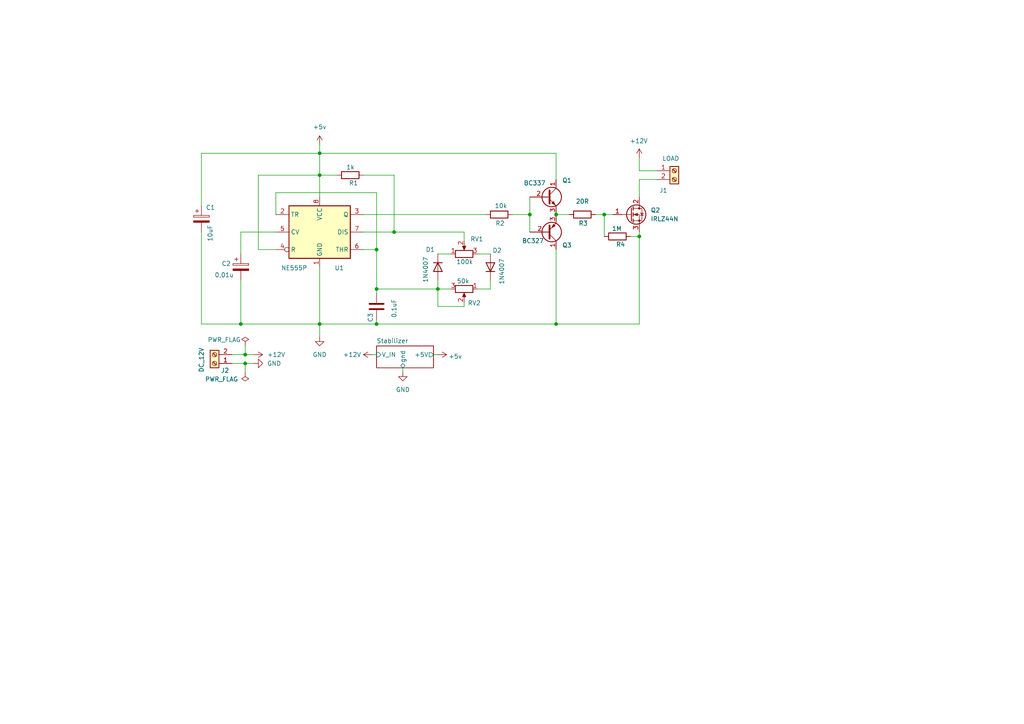
<source format=kicad_sch>
(kicad_sch (version 20231120) (generator "eeschema") (generator_version "8.0")
  (paper "A4")
  (lib_symbols
    (symbol "Connector:Screw_Terminal_01x02" (pin_names (offset 1.016) hide)
      (property "Reference" "J" (at 0 2.54 0))
      (property "Value" "Screw_Terminal_01x02" (at 0 -5.08 0))
      (symbol "Screw_Terminal_01x02_1_1"
        (rectangle (start -1.27 1.27) (end 1.27 -3.81) (stroke (width 0.254)) (fill (type background)))
        (circle (center 0 -2.54) (radius 0.635) (stroke (width 0.1524)))
        (polyline (pts (xy -0.5334 -2.2098) (xy 0.3302 -3.048)) (stroke (width 0.1524)))
        (polyline (pts (xy -0.5334 0.3302) (xy 0.3302 -0.508)) (stroke (width 0.1524)))
        (polyline (pts (xy -0.3556 -2.032) (xy 0.508 -2.8702)) (stroke (width 0.1524)))
        (polyline (pts (xy -0.3556 0.508) (xy 0.508 -0.3302)) (stroke (width 0.1524)))
        (circle (center 0 0) (radius 0.635) (stroke (width 0.1524)))
        (pin passive line (at -5.08 0 0) (length 3.81) (name "Pin_1") (number "1"))
        (pin passive line (at -5.08 -2.54 0) (length 3.81) (name "Pin_2") (number "2"))
      )
    )
    (symbol "Device:C" (pin_numbers hide) (pin_names (offset 0.254))
      (property "Reference" "C" (at 0.635 2.54 0))
      (property "Value" "C" (at 0.635 -2.54 0))
      (symbol "C_0_1"
        (polyline (pts (xy -2.032 -0.762) (xy 2.032 -0.762)) (stroke (width 0.508)))
        (polyline (pts (xy -2.032 0.762) (xy 2.032 0.762)) (stroke (width 0.508)))
      )
      (symbol "C_1_1"
        (pin passive line (at 0 3.81 270) (length 2.794) (name "~") (number "1"))
        (pin passive line (at 0 -3.81 90) (length 2.794) (name "~") (number "2"))
      )
    )
    (symbol "Device:C_Polarized" (pin_numbers hide) (pin_names (offset 0.254))
      (property "Reference" "C" (at 0.635 2.54 0))
      (property "Value" "C_Polarized" (at 0.635 -2.54 0))
      (symbol "C_Polarized_0_1"
        (rectangle (start -2.286 0.508) (end 2.286 1.016))
        (polyline (pts (xy -1.778 2.286) (xy -0.762 2.286)))
        (polyline (pts (xy -1.27 2.794) (xy -1.27 1.778)))
        (rectangle (start 2.286 -0.508) (end -2.286 -1.016) (fill (type outline)))
      )
      (symbol "C_Polarized_1_1"
        (pin passive line (at 0 3.81 270) (length 2.794) (name "~") (number "1"))
        (pin passive line (at 0 -3.81 90) (length 2.794) (name "~") (number "2"))
      )
    )
    (symbol "Device:R" (pin_numbers hide) (pin_names (offset 0))
      (property "Reference" "R" (at 2.032 0 90))
      (property "Value" "R" (at 0 0 90))
      (symbol "R_0_1"
        (rectangle (start -1.016 -2.54) (end 1.016 2.54) (stroke (width 0.254)))
      )
      (symbol "R_1_1"
        (pin passive line (at 0 3.81 270) (length 1.27) (name "~") (number "1"))
        (pin passive line (at 0 -3.81 90) (length 1.27) (name "~") (number "2"))
      )
    )
    (symbol "Device:R_Potentiometer" (pin_names (offset 1.016) hide)
      (property "Reference" "RV" (at -4.445 0 90))
      (property "Value" "R_Potentiometer" (at -2.54 0 90))
      (symbol "R_Potentiometer_0_1"
        (polyline (pts (xy 2.54 0) (xy 1.524 0)))
        (polyline (pts (xy 1.143 0) (xy 2.286 0.508) (xy 2.286 -0.508) (xy 1.143 0)) (fill (type outline)))
        (rectangle (start 1.016 2.54) (end -1.016 -2.54) (stroke (width 0.254)))
      )
      (symbol "R_Potentiometer_1_1"
        (pin passive line (at 0 3.81 270) (length 1.27) (name "1") (number "1"))
        (pin passive line (at 3.81 0 180) (length 1.27) (name "2") (number "2"))
        (pin passive line (at 0 -3.81 90) (length 1.27) (name "3") (number "3"))
      )
    )
    (symbol "Diode:1N4007" (pin_numbers hide) (pin_names hide)
      (property "Reference" "D" (at 0 2.54 0))
      (property "Value" "1N4007" (at 0 -2.54 0))
      (symbol "1N4007_0_1"
        (polyline (pts (xy -1.27 1.27) (xy -1.27 -1.27)) (stroke (width 0.254)))
        (polyline (pts (xy 1.27 0) (xy -1.27 0)))
        (polyline (pts (xy 1.27 1.27) (xy 1.27 -1.27) (xy -1.27 0) (xy 1.27 1.27)) (stroke (width 0.254)))
      )
      (symbol "1N4007_1_1"
        (pin passive line (at -3.81 0 0) (length 2.54) (name "K") (number "1"))
        (pin passive line (at 3.81 0 180) (length 2.54) (name "A") (number "2"))
      )
    )
    (symbol "Timer:NE555P"
      (property "Reference" "U" (at -10.16 8.89 0))
      (property "Value" "NE555P" (at 2.54 8.89 0))
      (symbol "NE555P_0_0"
        (pin power_in line (at 0 -10.16 90) (length 2.54) (name "GND") (number "1"))
        (pin power_in line (at 0 10.16 270) (length 2.54) (name "VCC") (number "8"))
      )
      (symbol "NE555P_0_1"
        (rectangle (start -8.89 -7.62) (end 8.89 7.62) (stroke (width 0.254)) (fill (type background)))
        (rectangle (start -8.89 -7.62) (end 8.89 7.62) (stroke (width 0.254)) (fill (type background)))
      )
      (symbol "NE555P_1_1"
        (pin input line (at -12.7 5.08 0) (length 3.81) (name "TR") (number "2"))
        (pin output line (at 12.7 5.08 180) (length 3.81) (name "Q") (number "3"))
        (pin input inverted (at -12.7 -5.08 0) (length 3.81) (name "R") (number "4"))
        (pin input line (at -12.7 0 0) (length 3.81) (name "CV") (number "5"))
        (pin input line (at 12.7 -5.08 180) (length 3.81) (name "THR") (number "6"))
        (pin input line (at 12.7 0 180) (length 3.81) (name "DIS") (number "7"))
      )
    )
    (symbol "Transistor_BJT:BC327" (pin_names (offset 0) hide)
      (property "Reference" "Q" (at 5.08 1.905 0))
      (property "Value" "BC327" (at 5.08 0 0))
      (symbol "BC327_0_1"
        (polyline (pts (xy 0.635 0.635) (xy 2.54 2.54)))
        (polyline (pts (xy 0.635 -0.635) (xy 2.54 -2.54) (xy 2.54 -2.54)))
        (polyline (pts (xy 0.635 1.905) (xy 0.635 -1.905) (xy 0.635 -1.905)) (stroke (width 0.508)))
        (polyline (pts (xy 2.286 -1.778) (xy 1.778 -2.286) (xy 1.27 -1.27) (xy 2.286 -1.778) (xy 2.286 -1.778)) (fill (type outline)))
        (circle (center 1.27 0) (radius 2.8194) (stroke (width 0.254)))
      )
      (symbol "BC327_1_1"
        (pin passive line (at 2.54 5.08 270) (length 2.54) (name "C") (number "1"))
        (pin input line (at -5.08 0 0) (length 5.715) (name "B") (number "2"))
        (pin passive line (at 2.54 -5.08 90) (length 2.54) (name "E") (number "3"))
      )
    )
    (symbol "Transistor_BJT:BC337" (pin_names (offset 0) hide)
      (property "Reference" "Q" (at 5.08 1.905 0))
      (property "Value" "BC337" (at 5.08 0 0))
      (symbol "BC337_0_1"
        (polyline (pts (xy 0 0) (xy 0.635 0)))
        (polyline (pts (xy 0.635 0.635) (xy 2.54 2.54)))
        (polyline (pts (xy 0.635 -0.635) (xy 2.54 -2.54) (xy 2.54 -2.54)))
        (polyline (pts (xy 0.635 1.905) (xy 0.635 -1.905) (xy 0.635 -1.905)) (stroke (width 0.508)))
        (polyline (pts (xy 1.27 -1.778) (xy 1.778 -1.27) (xy 2.286 -2.286) (xy 1.27 -1.778) (xy 1.27 -1.778)) (fill (type outline)))
        (circle (center 1.27 0) (radius 2.8194) (stroke (width 0.254)))
      )
      (symbol "BC337_1_1"
        (pin passive line (at 2.54 5.08 270) (length 2.54) (name "C") (number "1"))
        (pin input line (at -5.08 0 0) (length 5.08) (name "B") (number "2"))
        (pin passive line (at 2.54 -5.08 90) (length 2.54) (name "E") (number "3"))
      )
    )
    (symbol "Transistor_FET:IRLZ44N" (pin_names hide)
      (property "Reference" "Q" (at 5.08 1.905 0))
      (property "Value" "IRLZ44N" (at 5.08 0 0))
      (symbol "IRLZ44N_0_1"
        (polyline (pts (xy 0.254 0) (xy -2.54 0)))
        (polyline (pts (xy 0.254 1.905) (xy 0.254 -1.905)) (stroke (width 0.254)))
        (polyline (pts (xy 0.762 -1.27) (xy 0.762 -2.286)) (stroke (width 0.254)))
        (polyline (pts (xy 0.762 0.508) (xy 0.762 -0.508)) (stroke (width 0.254)))
        (polyline (pts (xy 0.762 2.286) (xy 0.762 1.27)) (stroke (width 0.254)))
        (polyline (pts (xy 2.54 2.54) (xy 2.54 1.778)))
        (polyline (pts (xy 2.54 -2.54) (xy 2.54 0) (xy 0.762 0)))
        (polyline (pts (xy 0.762 -1.778) (xy 3.302 -1.778) (xy 3.302 1.778) (xy 0.762 1.778)))
        (polyline (pts (xy 1.016 0) (xy 2.032 0.381) (xy 2.032 -0.381) (xy 1.016 0)) (fill (type outline)))
        (polyline (pts (xy 2.794 0.508) (xy 2.921 0.381) (xy 3.683 0.381) (xy 3.81 0.254)))
        (polyline (pts (xy 3.302 0.381) (xy 2.921 -0.254) (xy 3.683 -0.254) (xy 3.302 0.381)))
        (circle (center 1.651 0) (radius 2.794) (stroke (width 0.254)))
        (circle (center 2.54 -1.778) (radius 0.254) (fill (type outline)))
        (circle (center 2.54 1.778) (radius 0.254) (fill (type outline)))
      )
      (symbol "IRLZ44N_1_1"
        (pin input line (at -5.08 0 0) (length 2.54) (name "G") (number "1"))
        (pin passive line (at 2.54 5.08 270) (length 2.54) (name "D") (number "2"))
        (pin passive line (at 2.54 -5.08 90) (length 2.54) (name "S") (number "3"))
      )
    )
    (symbol "power:+12V" (power) (pin_numbers hide) (pin_names (offset 0) hide)
      (property "Value" "+12V" (at 0 3.556 0))
      (symbol "+12V_0_1"
        (polyline (pts (xy -0.762 1.27) (xy 0 2.54)))
        (polyline (pts (xy 0 0) (xy 0 2.54)))
        (polyline (pts (xy 0 2.54) (xy 0.762 1.27)))
      )
      (symbol "+12V_1_1"
        (pin power_in line (at 0 0 90) (length 0) (name "~") (number "1"))
      )
    )
    (symbol "power:+5V" (power) (pin_numbers hide) (pin_names (offset 0) hide)
      (property "Value" "+5V" (at 0 3.556 0))
      (symbol "+5V_0_1"
        (polyline (pts (xy -0.762 1.27) (xy 0 2.54)))
        (polyline (pts (xy 0 0) (xy 0 2.54)))
        (polyline (pts (xy 0 2.54) (xy 0.762 1.27)))
      )
      (symbol "+5V_1_1"
        (pin power_in line (at 0 0 90) (length 0) (name "~") (number "1"))
      )
    )
    (symbol "power:GND" (power) (pin_numbers hide) (pin_names (offset 0) hide)
      (property "Value" "GND" (at 0 -3.81 0))
      (symbol "GND_0_1"
        (polyline (pts (xy 0 0) (xy 0 -1.27) (xy 1.27 -1.27) (xy 0 -2.54) (xy -1.27 -1.27) (xy 0 -1.27)))
      )
      (symbol "GND_1_1"
        (pin power_in line (at 0 0 270) (length 0) (name "~") (number "1"))
      )
    )
    (symbol "power:PWR_FLAG" (power) (pin_numbers hide) (pin_names (offset 0) hide)
      (property "Value" "PWR_FLAG" (at 0 3.81 0))
      (symbol "PWR_FLAG_0_0"
        (pin power_out line (at 0 0 90) (length 0) (name "~") (number "1"))
      )
      (symbol "PWR_FLAG_0_1"
        (polyline (pts (xy 0 0) (xy 0 1.27) (xy -1.016 1.905) (xy 0 2.54) (xy 1.016 1.905) (xy 0 1.27)))
      )
    )
  )
  (junction (at 161.29 62.23))
  (junction (at 69.85 93.98))
  (junction (at 92.71 50.8))
  (junction (at 185.42 68.58))
  (junction (at 161.29 93.98))
  (junction (at 71.12 105.41))
  (junction (at 109.22 93.98))
  (junction (at 109.22 83.82))
  (junction (at 109.22 72.39))
  (junction (at 92.71 93.98))
  (junction (at 92.71 44.45))
  (junction (at 175.26 62.23))
  (junction (at 114.3 67.31))
  (junction (at 153.67 62.23))
  (junction (at 71.12 102.87))
  (junction (at 127 83.82))
  (wire (pts (xy 71.12 102.87) (xy 73.66 102.87)))
  (wire (pts (xy 74.93 72.39) (xy 74.93 50.8)))
  (wire (pts (xy 71.12 105.41) (xy 73.66 105.41)))
  (wire (pts (xy 58.42 67.31) (xy 58.42 93.98)))
  (wire (pts (xy 185.42 45.72) (xy 185.42 49.53)))
  (wire (pts (xy 125.73 102.87) (xy 127 102.87)))
  (wire (pts (xy 175.26 62.23) (xy 175.26 68.58)))
  (wire (pts (xy 109.22 93.98) (xy 161.29 93.98)))
  (wire (pts (xy 71.12 105.41) (xy 71.12 107.95)))
  (wire (pts (xy 80.01 62.23) (xy 80.01 55.88)))
  (wire (pts (xy 58.42 44.45) (xy 92.71 44.45)))
  (wire (pts (xy 105.41 67.31) (xy 114.3 67.31)))
  (wire (pts (xy 69.85 93.98) (xy 92.71 93.98)))
  (wire (pts (xy 105.41 62.23) (xy 140.97 62.23)))
  (wire (pts (xy 153.67 62.23) (xy 153.67 67.31)))
  (wire (pts (xy 114.3 50.8) (xy 114.3 67.31)))
  (wire (pts (xy 161.29 72.39) (xy 161.29 93.98)))
  (wire (pts (xy 175.26 62.23) (xy 177.8 62.23)))
  (wire (pts (xy 58.42 93.98) (xy 69.85 93.98)))
  (wire (pts (xy 127 81.28) (xy 127 83.82)))
  (wire (pts (xy 80.01 55.88) (xy 109.22 55.88)))
  (wire (pts (xy 92.71 77.47) (xy 92.71 93.98)))
  (wire (pts (xy 142.24 81.28) (xy 142.24 83.82)))
  (wire (pts (xy 142.24 73.66) (xy 138.43 73.66)))
  (wire (pts (xy 69.85 67.31) (xy 69.85 73.66)))
  (wire (pts (xy 92.71 44.45) (xy 92.71 50.8)))
  (wire (pts (xy 142.24 83.82) (xy 138.43 83.82)))
  (wire (pts (xy 114.3 67.31) (xy 134.62 67.31)))
  (wire (pts (xy 127 88.9) (xy 127 83.82)))
  (wire (pts (xy 172.72 62.23) (xy 175.26 62.23)))
  (wire (pts (xy 105.41 72.39) (xy 109.22 72.39)))
  (wire (pts (xy 80.01 67.31) (xy 69.85 67.31)))
  (wire (pts (xy 153.67 57.15) (xy 153.67 62.23)))
  (wire (pts (xy 92.71 50.8) (xy 92.71 57.15)))
  (wire (pts (xy 109.22 93.98) (xy 92.71 93.98)))
  (wire (pts (xy 109.22 85.09) (xy 109.22 83.82)))
  (wire (pts (xy 74.93 72.39) (xy 80.01 72.39)))
  (wire (pts (xy 185.42 57.15) (xy 185.42 52.07)))
  (wire (pts (xy 161.29 62.23) (xy 165.1 62.23)))
  (wire (pts (xy 185.42 52.07) (xy 190.5 52.07)))
  (wire (pts (xy 92.71 93.98) (xy 92.71 97.79)))
  (wire (pts (xy 74.93 50.8) (xy 92.71 50.8)))
  (wire (pts (xy 71.12 100.33) (xy 71.12 102.87)))
  (wire (pts (xy 109.22 55.88) (xy 109.22 72.39)))
  (wire (pts (xy 134.62 88.9) (xy 134.62 87.63)))
  (wire (pts (xy 67.31 102.87) (xy 71.12 102.87)))
  (wire (pts (xy 105.41 50.8) (xy 114.3 50.8)))
  (wire (pts (xy 69.85 81.28) (xy 69.85 93.98)))
  (wire (pts (xy 185.42 68.58) (xy 185.42 93.98)))
  (wire (pts (xy 127 83.82) (xy 130.81 83.82)))
  (wire (pts (xy 185.42 49.53) (xy 190.5 49.53)))
  (wire (pts (xy 161.29 93.98) (xy 185.42 93.98)))
  (wire (pts (xy 92.71 50.8) (xy 97.79 50.8)))
  (wire (pts (xy 107.95 102.87) (xy 109.22 102.87)))
  (wire (pts (xy 130.81 73.66) (xy 127 73.66)))
  (wire (pts (xy 161.29 44.45) (xy 161.29 52.07)))
  (wire (pts (xy 182.88 68.58) (xy 185.42 68.58)))
  (wire (pts (xy 109.22 72.39) (xy 109.22 83.82)))
  (wire (pts (xy 109.22 83.82) (xy 127 83.82)))
  (wire (pts (xy 58.42 44.45) (xy 58.42 59.69)))
  (wire (pts (xy 67.31 105.41) (xy 71.12 105.41)))
  (wire (pts (xy 161.29 44.45) (xy 92.71 44.45)))
  (wire (pts (xy 109.22 92.71) (xy 109.22 93.98)))
  (wire (pts (xy 134.62 88.9) (xy 127 88.9)))
  (wire (pts (xy 134.62 67.31) (xy 134.62 69.85)))
  (wire (pts (xy 116.84 106.68) (xy 116.84 107.95)))
  (wire (pts (xy 185.42 68.58) (xy 185.42 67.31)))
  (wire (pts (xy 92.71 41.91) (xy 92.71 44.45)))
  (wire (pts (xy 148.59 62.23) (xy 153.67 62.23)))
  (symbol (lib_id "power:+5V") (at 127 102.87 270) (unit 1)
    (property "Reference" "#PWR0105" (effects (hide yes)))
    (property "Value" "+5v" (at 130.048 103.378 90) (effects (justify left)))
    (property "Description" "Power symbol creates a global label with name \"+5V\"" (effects (hide yes)))
  )
  (symbol (lib_id "Diode:1N4007") (at 142.24 77.47 90) (unit 1)
    (property "Reference" "D2" (at 145.542 72.644 90) (effects (justify left)))
    (property "Value" "1N4007" (at 145.542 82.55 0) (effects (justify left)))
    (property "Footprint" "Diode_THT:D_DO-41_SOD81_P10.16mm_Horizontal" (effects (hide yes)))
    (property "Datasheet" "http://www.vishay.com/docs/88503/1n4001.pdf" (effects (hide yes)))
    (property "Description" "1000V 1A General Purpose Rectifier Diode, DO-41" (effects (hide yes)))
    (property "Sim.Device" "D" (effects (hide yes)))
    (property "Sim.Pins" "1=K 2=A" (effects (hide yes)))
  )
  (symbol (lib_id "power:+12V") (at 73.66 102.87 270) (unit 1)
    (property "Reference" "#PWR0108" (effects (hide yes)))
    (property "Value" "+12V" (at 77.47 102.8699 90) (effects (justify left)))
    (property "Description" "Power symbol creates a global label with name \"+12V\"" (effects (hide yes)))
  )
  (symbol (lib_id "Device:C_Polarized") (at 69.85 77.47 0) (unit 1)
    (property "Reference" "C2" (at 64.262 76.454 0) (effects (justify left)))
    (property "Value" "0,01u" (at 62.23 79.756 0) (effects (justify left)))
    (property "Footprint" "Capacitor_THT:CP_Radial_D4.0mm_P1.50mm" (effects (hide yes)))
    (property "Description" "Polarized capacitor" (effects (hide yes)))
  )
  (symbol (lib_id "Device:R") (at 179.07 68.58 270) (unit 1)
    (property "Reference" "R4" (at 181.356 70.866 90) (effects (justify right)))
    (property "Value" "1M" (at 180.34 66.294 90) (effects (justify right)))
    (property "Footprint" "Resistor_THT:R_Axial_DIN0204_L3.6mm_D1.6mm_P7.62mm_Horizontal" (effects (hide yes)))
    (property "Description" "Resistor" (effects (hide yes)))
  )
  (symbol (lib_id "Device:C") (at 109.22 88.9 0) (unit 1)
    (property "Reference" "C3" (at 107.442 93.472 90) (effects (justify left)))
    (property "Value" "0.1uF" (at 114.3 92.202 90) (effects (justify left)))
    (property "Footprint" "Capacitor_THT:C_Disc_D3.0mm_W2.0mm_P2.50mm" (effects (hide yes)))
    (property "Description" "Unpolarized capacitor" (effects (hide yes)))
  )
  (symbol (lib_id "Diode:1N4007") (at 127 77.47 270) (unit 1)
    (property "Reference" "D1" (at 123.444 72.39 90) (effects (justify left)))
    (property "Value" "1N4007" (at 123.444 74.422 0) (effects (justify left)))
    (property "Footprint" "Diode_THT:D_DO-41_SOD81_P10.16mm_Horizontal" (effects (hide yes)))
    (property "Datasheet" "http://www.vishay.com/docs/88503/1n4001.pdf" (effects (hide yes)))
    (property "Description" "1000V 1A General Purpose Rectifier Diode, DO-41" (effects (hide yes)))
    (property "Sim.Device" "D" (effects (hide yes)))
    (property "Sim.Pins" "1=K 2=A" (effects (hide yes)))
  )
  (symbol (lib_id "Device:R_Potentiometer") (at 134.62 83.82 270) (unit 1)
    (property "Reference" "RV2" (at 139.446 87.884 90) (effects (justify right)))
    (property "Value" "50k" (at 136.144 81.534 90) (effects (justify right)))
    (property "Footprint" "Potentiometer_THT:Potentiometer_Bourns_3266Y_Vertical" (effects (hide yes)))
    (property "Description" "Potentiometer" (effects (hide yes)))
  )
  (symbol (lib_id "Device:C_Polarized") (at 58.42 63.5 0) (unit 1)
    (property "Reference" "C1" (at 59.69 60.198 0) (effects (justify left)))
    (property "Value" "10uF" (at 60.96 70.104 90) (effects (justify left)))
    (property "Footprint" "Capacitor_THT:CP_Radial_D4.0mm_P2.00mm" (effects (hide yes)))
    (property "Description" "Polarized capacitor" (effects (hide yes)))
  )
  (symbol (lib_id "Transistor_BJT:BC327") (at 158.75 67.31 0) (mirror x) (unit 1)
    (property "Reference" "Q3" (at 163.068 71.12 0) (effects (justify left)))
    (property "Value" "BC327" (at 151.384 69.85 0) (effects (justify left)))
    (property "Footprint" "Package_TO_SOT_THT:TO-92_Inline" (effects (hide yes)))
    (property "Datasheet" "http://www.onsemi.com/pub_link/Collateral/BC327-D.PDF" (effects (hide yes)))
    (property "Description" "0.8A Ic, 45V Vce, PNP Transistor, TO-92" (effects (hide yes)))
  )
  (symbol (lib_id "power:GND") (at 73.66 105.41 90) (unit 1)
    (property "Reference" "#PWR01" (effects (hide yes)))
    (property "Value" "GND" (at 77.47 105.4099 90) (effects (justify right)))
    (property "Description" "Power symbol creates a global label with name \"GND\" , ground" (effects (hide yes)))
  )
  (symbol (lib_id "Connector:Screw_Terminal_01x02") (at 195.58 49.53 0) (unit 1)
    (property "Reference" "J1" (at 192.405 55.245 0))
    (property "Value" "LOAD" (at 194.564 45.974 0))
    (property "Footprint" "TerminalBlock_Phoenix:TerminalBlock_Phoenix_MKDS-3-2-5.08_1x02_P5.08mm_Horizontal" (effects (hide yes)))
    (property "Description" "Generic screw terminal, single row, 01x02, script generated (kicad-library-utils/schlib/autogen/connector/)" (effects (hide yes)))
  )
  (symbol (lib_id "power:PWR_FLAG") (at 71.12 100.33 0) (unit 1)
    (property "Reference" "#FLG0101" (effects (hide yes)))
    (property "Value" "PWR_FLAG" (at 65.024 98.552 0))
    (property "Description" "Special symbol for telling ERC where power comes from" (effects (hide yes)))
  )
  (symbol (lib_id "Device:R") (at 101.6 50.8 270) (unit 1)
    (property "Reference" "R1" (at 103.886 53.086 90) (effects (justify right)))
    (property "Value" "1k" (at 102.87 48.514 90) (effects (justify right)))
    (property "Footprint" "Resistor_THT:R_Axial_DIN0204_L3.6mm_D1.6mm_P7.62mm_Horizontal" (effects (hide yes)))
    (property "Description" "Resistor" (effects (hide yes)))
  )
  (symbol (lib_id "Device:R_Potentiometer") (at 134.62 73.66 90) (unit 1)
    (property "Reference" "RV1" (at 136.398 69.342 90) (effects (justify right)))
    (property "Value" "100k" (at 132.334 75.946 90) (effects (justify right)))
    (property "Footprint" "Potentiometer_THT:Potentiometer_Bourns_3266Y_Vertical" (effects (hide yes)))
    (property "Description" "Potentiometer" (effects (hide yes)))
  )
  (symbol (lib_id "Transistor_FET:IRLZ44N") (at 182.88 62.23 0) (unit 1)
    (property "Reference" "Q2" (at 188.722 60.9599 0) (effects (justify left)))
    (property "Value" "IRLZ44N" (at 188.722 63.4999 0) (effects (justify left)))
    (property "Footprint" "Package_TO_SOT_THT:TO-220-3_Vertical" (effects (hide yes)))
    (property "Datasheet" "http://www.irf.com/product-info/datasheets/data/irlz44n.pdf" (effects (hide yes)))
    (property "Description" "47A Id, 55V Vds, 22mOhm Rds Single N-Channel HEXFET Power MOSFET, TO-220AB" (effects (hide yes)))
  )
  (symbol (lib_id "Timer:NE555P") (at 92.71 67.31 0) (unit 1)
    (property "Reference" "U1" (at 97.028 77.724 0) (effects (justify left)))
    (property "Value" "NE555P" (at 81.534 77.724 0) (effects (justify left)))
    (property "Footprint" "Package_DIP:DIP-8_W7.62mm" (effects (hide yes)))
    (property "Datasheet" "http://www.ti.com/lit/ds/symlink/ne555.pdf" (effects (hide yes)))
    (property "Description" "Precision Timers, 555 compatible,  PDIP-8" (effects (hide yes)))
  )
  (symbol (lib_id "power:+12V") (at 185.42 45.72 0) (unit 1)
    (property "Reference" "#PWR0103" (effects (hide yes)))
    (property "Value" "+12V" (at 182.626 40.894 0) (effects (justify left)))
    (property "Description" "Power symbol creates a global label with name \"+12V\"" (effects (hide yes)))
  )
  (symbol (lib_id "power:+12V") (at 107.95 102.87 90) (unit 1)
    (property "Reference" "#PWR0110" (effects (hide yes)))
    (property "Value" "+12V" (at 104.775 102.8699 90) (effects (justify left)))
    (property "Description" "Power symbol creates a global label with name \"+12V\"" (effects (hide yes)))
  )
  (symbol (lib_id "Connector:Screw_Terminal_01x02") (at 62.23 105.41 180) (unit 1)
    (property "Reference" "J2" (at 65.278 107.442 0))
    (property "Value" "DC_12V" (at 58.42 104.394 90))
    (property "Footprint" "TerminalBlock_Phoenix:TerminalBlock_Phoenix_MKDS-3-2-5.08_1x02_P5.08mm_Horizontal" (effects (hide yes)))
    (property "Description" "Generic screw terminal, single row, 01x02, script generated (kicad-library-utils/schlib/autogen/connector/)" (effects (hide yes)))
  )
  (symbol (lib_id "Device:R") (at 144.78 62.23 90) (unit 1)
    (property "Reference" "R2" (at 145.034 64.77 90))
    (property "Value" "10k" (at 145.288 59.69 90))
    (property "Footprint" "Resistor_THT:R_Axial_DIN0204_L3.6mm_D1.6mm_P7.62mm_Horizontal" (effects (hide yes)))
    (property "Description" "Resistor" (effects (hide yes)))
  )
  (symbol (lib_id "power:GND") (at 116.84 107.95 0) (unit 1)
    (property "Reference" "#PWR02" (effects (hide yes)))
    (property "Value" "GND" (at 116.84 113.03 0))
    (property "Description" "Power symbol creates a global label with name \"GND\" , ground" (effects (hide yes)))
  )
  (symbol (lib_id "power:PWR_FLAG") (at 71.12 107.95 180) (unit 1)
    (property "Reference" "#FLG0102" (effects (hide yes)))
    (property "Value" "PWR_FLAG" (at 69.088 109.982 0) (effects (justify left)))
    (property "Description" "Special symbol for telling ERC where power comes from" (effects (hide yes)))
  )
  (symbol (lib_id "Transistor_BJT:BC337") (at 158.75 57.15 0) (unit 1)
    (property "Reference" "Q1" (at 163.068 52.324 0) (effects (justify left)))
    (property "Value" "BC337" (at 151.892 53.086 0) (effects (justify left)))
    (property "Footprint" "Package_TO_SOT_THT:TO-92_Inline" (effects (hide yes)))
    (property "Datasheet" "https://diotec.com/tl_files/diotec/files/pdf/datasheets/bc337.pdf" (effects (hide yes)))
    (property "Description" "0.8A Ic, 45V Vce, NPN Transistor, TO-92" (effects (hide yes)))
  )
  (symbol (lib_id "power:GND") (at 92.71 97.79 0) (unit 1)
    (property "Reference" "#PWR0107" (effects (hide yes)))
    (property "Value" "GND" (at 92.71 102.87 0))
    (property "Description" "Power symbol creates a global label with name \"GND\" , ground" (effects (hide yes)))
  )
  (symbol (lib_id "Device:R") (at 168.91 62.23 90) (unit 1)
    (property "Reference" "R3" (at 169.164 64.77 90))
    (property "Value" "20R" (at 168.91 58.42 90))
    (property "Footprint" "Resistor_THT:R_Axial_DIN0204_L3.6mm_D1.6mm_P7.62mm_Horizontal" (effects (hide yes)))
    (property "Description" "Resistor" (effects (hide yes)))
  )
  (symbol (lib_id "power:+5V") (at 92.71 41.91 0) (unit 1)
    (property "Reference" "#PWR0101" (effects (hide yes)))
    (property "Value" "+5v" (at 92.71 36.83 0))
    (property "Description" "Power symbol creates a global label with name \"+5V\"" (effects (hide yes)))
  )
  (sheet (at 109.22 100.33) (size 16.51 6.35) (stroke (width 0.1524))
    (property "Sheetname" "Stabilizer" (at 109.22 99.6184 0) (effects (justify left bottom)))
    (property "Sheetfile" "Stabilizer.kicad_sch" (effects (hide yes)))
    (pin "gnd" bidirectional (at 116.84 106.68 270))
    (pin "+5V" output (at 125.73 102.87 0))
    (pin "V_IN" input (at 109.22 102.87 180))
  )
)
</source>
